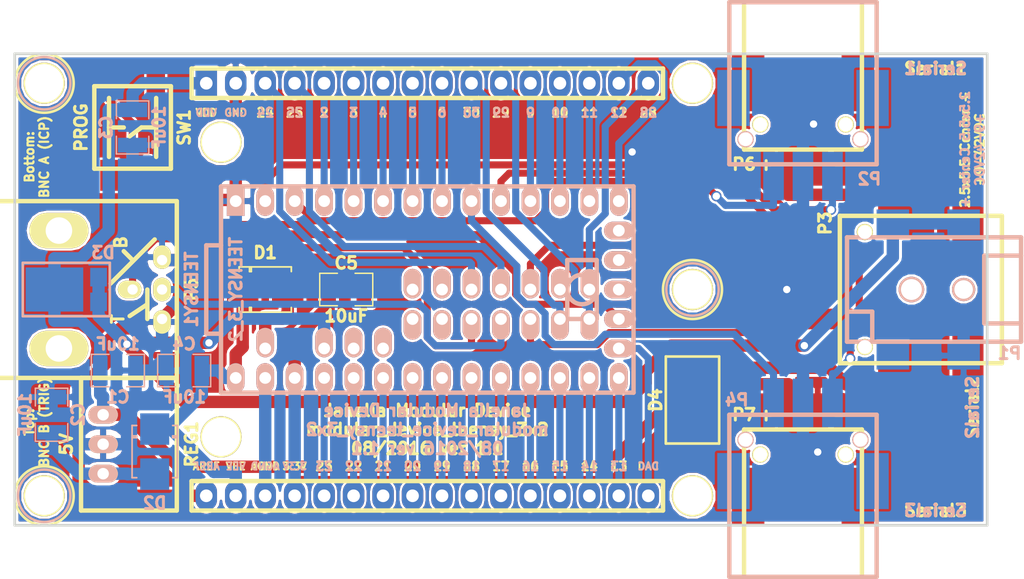
<source format=kicad_pcb>
(kicad_pcb (version 4) (host pcbnew 4.1.0-alpha+201608010716+6997~46~ubuntu16.04.1-product)
  (title_block (title modular_device_teensy_3x2) (rev 1.1))
  (layers (0 F.Cu signal hide) (31 B.Cu signal) (34 B.Paste user) (35 F.Paste user) (36 B.SilkS user) (37 F.SilkS user) (38 B.Mask user) (39 F.Mask user) (44 Edge.Cuts user))
  (net 0 "")
  (net 1 VAA)
  (net 2 GND)
  (net 3 /RX1)
  (net 4 /TX1)
  (net 5 /RX3)
  (net 6 /TX3)
  (net 7 +5V)
  (net 8 VCC)
  (net 9 /V_USB)
  (net 10 VDD)
  (net 11 VEE)
  (net 12 /PROG)
  (net 13 /D2)
  (net 14 /D3)
  (net 15 /D4)
  (net 16 /D5)
  (net 17 /D6)
  (net 18 /D9)
  (net 19 /D10)
  (net 20 /D11)
  (net 21 /D12)
  (net 22 /DAC)
  (net 23 /D13)
  (net 24 /D14)
  (net 25 /D15)
  (net 26 /D16)
  (net 27 /D17)
  (net 28 /D18)
  (net 29 /D19)
  (net 30 /D20)
  (net 31 /D21)
  (net 32 /D22)
  (net 33 /D23)
  (net 34 /3V3)
  (net 35 /AGND)
  (net 36 /AREF)
  (net 37 /D24)
  (net 38 /D25)
  (net 39 /D30)
  (net 40 /D29)
  (net 41 /D28)
  (net 42 /RX2)
  (net 43 /TX2)
  (net 44 /BNC_A)
  (net 45 /BNC_B)
  (module modular_device_teensy_3x2:SM1210 (layer B.Cu) (at 68.58 106.68)
    (fp_text reference C1 (at 0 2.286) (layer B.SilkS) (effects (font (size 1.016 1.016) (thickness 0.254)) (justify mirror)))
    (fp_text value 10uF (at 0 -2.286) (layer B.SilkS) (effects (font (size 1.016 1.016) (thickness 0.254)) (justify mirror)))
    (pad 1 smd rect (at -1.524 0) (size 1.27 2.54) (layers B.Cu B.Paste B.Mask) (net 10 VDD))
    (pad 2 smd rect (at 1.524 0) (size 1.27 2.54) (layers B.Cu B.Paste B.Mask) (net 2 GND))
  )
  (module modular_device_teensy_3x2:SM1210 (layer B.Cu) (at 62.865 110.49 90)
    (fp_text reference C2 (at 0 2.286 90) (layer B.SilkS) (effects (font (size 1.016 1.016) (thickness 0.254)) (justify mirror)))
    (fp_text value 10uF (at 0 -2.286 90) (layer B.SilkS) (effects (font (size 1.016 1.016) (thickness 0.254)) (justify mirror)))
    (pad 1 smd rect (at -1.524 0 90) (size 1.27 2.54) (layers B.Cu B.Paste B.Mask) (net 7 +5V))
    (pad 2 smd rect (at 1.524 0 90) (size 1.27 2.54) (layers B.Cu B.Paste B.Mask) (net 2 GND))
  )
  (module modular_device_teensy_3x2:Header_3_Pin_SMD_RA (layer B.Cu) (at 127.635 83.185 180)
    (fp_text reference P2 (at -5.715 -6.985 180) (layer B.SilkS) (effects (font (size 1.016 1.016) (thickness 0.254)) (justify mirror)))
    (fp_text value HEADER_01X03_SMD_RA hide)
    (pad 1 smd rect (at -2.54 -6.731 180) (size 1.778 4.191) (layers B.Cu B.Paste B.Mask) (net 3 /RX1))
    (pad 2 smd rect (at 0 -6.731 180) (size 1.778 4.191) (layers B.Cu B.Paste B.Mask) (net 2 GND))
    (pad 3 smd rect (at 2.54 -6.731 180) (size 1.778 4.191) (layers B.Cu B.Paste B.Mask) (net 4 /TX1))
    (pad "" thru_hole circle (at -4.953 -3.556 180) (size 1.397 1.397) (drill 1.1938) (layers *.Cu *.Mask B.SilkS) (clearance 0.1016))
    (pad "" thru_hole circle (at 4.953 -3.556 180) (size 1.397 1.397) (drill 1.1938) (layers *.Cu *.Mask B.SilkS) (clearance 0.1016))
    (pad "" smd rect (at -5.9944 0 180) (size 2.794 4.826) (layers B.Cu B.Paste B.Mask) (clearance 0.1016))
    (pad "" smd rect (at 5.9944 0 180) (size 2.794 4.826) (layers B.Cu B.Paste B.Mask) (clearance 0.1016))
  )
  (module modular_device_teensy_3x2:Header_3_Pin_SMD_RA (layer F.Cu) (at 136.525 99.695 270)
    (fp_text reference P3 (at -5.715 6.985 270) (layer F.SilkS) (effects (font (size 1.016 1.016) (thickness 0.254))))
    (fp_text value HEADER_01X03_SMD_RA hide)
    (pad 1 smd rect (at -2.54 6.731 270) (size 1.778 4.191) (layers F.Cu F.Paste F.Mask) (net 42 /RX2))
    (pad 2 smd rect (at 0 6.731 270) (size 1.778 4.191) (layers F.Cu F.Paste F.Mask) (net 2 GND))
    (pad 3 smd rect (at 2.54 6.731 270) (size 1.778 4.191) (layers F.Cu F.Paste F.Mask) (net 43 /TX2))
    (pad "" thru_hole circle (at -4.953 3.556 270) (size 1.397 1.397) (drill 1.1938) (layers *.Cu *.Mask F.SilkS) (clearance 0.1016))
    (pad "" thru_hole circle (at 4.953 3.556 270) (size 1.397 1.397) (drill 1.1938) (layers *.Cu *.Mask F.SilkS) (clearance 0.1016))
    (pad "" smd rect (at -5.9944 0 270) (size 2.794 4.826) (layers F.Cu F.Paste F.Mask) (clearance 0.1016))
    (pad "" smd rect (at 5.9944 0 270) (size 2.794 4.826) (layers F.Cu F.Paste F.Mask) (clearance 0.1016))
  )
  (module modular_device_teensy_3x2:Header_3_Pin_SMD_RA (layer B.Cu) (at 127.635 116.205)
    (fp_text reference P4 (at -5.715 -6.985) (layer B.SilkS) (effects (font (size 1.016 1.016) (thickness 0.254)) (justify mirror)))
    (fp_text value HEADER_01X03_SMD_RA hide)
    (pad 1 smd rect (at -2.54 -6.731) (size 1.778 4.191) (layers B.Cu B.Paste B.Mask) (net 5 /RX3))
    (pad 2 smd rect (at 0 -6.731) (size 1.778 4.191) (layers B.Cu B.Paste B.Mask) (net 2 GND))
    (pad 3 smd rect (at 2.54 -6.731) (size 1.778 4.191) (layers B.Cu B.Paste B.Mask) (net 6 /TX3))
    (pad "" thru_hole circle (at -4.953 -3.556) (size 1.397 1.397) (drill 1.1938) (layers *.Cu *.Mask B.SilkS) (clearance 0.1016))
    (pad "" thru_hole circle (at 4.953 -3.556) (size 1.397 1.397) (drill 1.1938) (layers *.Cu *.Mask B.SilkS) (clearance 0.1016))
    (pad "" smd rect (at -5.9944 0) (size 2.794 4.826) (layers B.Cu B.Paste B.Mask) (clearance 0.1016))
    (pad "" smd rect (at 5.9944 0) (size 2.794 4.826) (layers B.Cu B.Paste B.Mask) (clearance 0.1016))
  )
  (module modular_device_teensy_3x2:DC_DC_CONV_R78C (layer F.Cu) (at 67.31 113.03 270)
    (fp_text reference REG1 (at 0 -7.62 270) (layer F.SilkS) (effects (font (size 1.016 1.016) (thickness 0.254))))
    (fp_text value CONV_DC_DC_5V_1A hide)
    (pad 2 thru_hole oval (at 0 0 270) (size 1.524 2.54) (drill 0.9906) (layers *.Cu *.SilkS *.Mask) (net 2 GND))
    (pad 3 thru_hole oval (at 2.54 0 270) (size 1.524 2.54) (drill 0.9906) (layers *.Cu *.SilkS *.Mask) (net 7 +5V))
    (pad 1 thru_hole oval (at -2.54 0 270) (size 1.524 2.54) (drill 0.9906) (layers *.Cu *.SilkS *.Mask) (net 10 VDD))
  )
  (module modular_device_teensy_3x2:BNC_DOUBLE (layer F.Cu) (at 63.5 99.695 90)
    (fp_text reference P5 (at 0 11.43 90) (layer F.SilkS) (effects (font (size 1.016 1.016) (thickness 0.254))))
    (fp_text value BNC_DOUBLE_RA hide)
    (fp_text user "BNC B (TRIG)" (at -11.43 -1.27 90) (layer F.SilkS) (effects (font (size 0.762 0.762) (thickness 0.1905))))
    (fp_text user "BNC A (ICP)" (at 11.43 -1.27 270) (layer F.SilkS) (effects (font (size 0.762 0.762) (thickness 0.1905))))
    (fp_text user B (at 4.064 5.334 90) (layer F.SilkS) (effects (font (size 1.016 1.016) (thickness 0.254))))
    (fp_text user T (at -2.54 5.08 90) (layer F.SilkS) (effects (font (size 1.016 1.016) (thickness 0.254))))
    (pad "" thru_hole oval (at -5.08 0 90) (size 3.048 5.08) (drill 2.286) (layers *.Cu *.Mask F.SilkS))
    (pad "" thru_hole oval (at 5.08 0 90) (size 3.048 5.08) (drill 2.286) (layers *.Cu *.Mask F.SilkS))
    (pad 1 thru_hole oval (at 0 6.35 90) (size 1.524 2.032) (drill 0.889 (offset 0 -0.254)) (layers *.Cu *.Mask F.SilkS) (net 44 /BNC_A))
    (pad 3 thru_hole oval (at 0 8.89 90) (size 2.032 1.524) (drill 0.889) (layers *.Cu *.Mask F.SilkS) (net 45 /BNC_B))
    (pad 2 thru_hole oval (at 2.54 8.89 90) (size 2.032 1.524) (drill 0.889 (offset 0.254 0)) (layers *.Cu *.Mask F.SilkS) (net 2 GND))
    (pad 4 thru_hole oval (at -2.54 8.89 90) (size 2.032 1.524) (drill 0.889 (offset -0.254 0)) (layers *.Cu *.Mask F.SilkS) (net 2 GND))
  )
  (module modular_device_teensy_3x2:KT_SWITCH (layer F.Cu) (at 69.85 85.725 90)
    (fp_text reference SW1 (at 0 4.445 90) (layer F.SilkS) (effects (font (size 1.016 1.016) (thickness 0.254))))
    (fp_text value KT_SWITCH hide)
    (fp_text user PROG (at 0 -4.445 90) (layer F.SilkS) (effects (font (size 1.016 1.016) (thickness 0.254))))
    (pad 2 smd rect (at 4.1275 -1.99898 90) (size 2.667 1.59004) (layers F.Cu F.Paste F.Mask) (net 12 /PROG))
    (pad 1 smd rect (at -4.1275 -1.99898 90) (size 2.667 1.59004) (layers F.Cu F.Paste F.Mask))
    (pad 4 smd rect (at 4.1275 1.99898 90) (size 2.667 1.59004) (layers F.Cu F.Paste F.Mask))
    (pad 3 smd rect (at -4.1275 1.99898 90) (size 2.667 1.59004) (layers F.Cu F.Paste F.Mask) (net 2 GND))
  )
  (module modular_device_teensy_3x2:Header_2_Pin_SMD_RA (layer F.Cu) (at 127.635 81.915)
    (fp_text reference P6 (at -5.08 6.985 180) (layer F.SilkS) (effects (font (size 1.016 1.016) (thickness 0.254))))
    (fp_text value HEADER_01X02_SMD_RA hide)
    (pad 1 smd rect (at -1.27 6.731) (size 1.778 4.191) (layers F.Cu F.Paste F.Mask) (net 8 VCC))
    (pad 2 smd rect (at 1.27 6.731) (size 1.778 4.191) (layers F.Cu F.Paste F.Mask) (net 2 GND))
    (pad "" thru_hole circle (at -3.683 3.556) (size 1.397 1.397) (drill 1.1938) (layers *.Cu *.Mask F.SilkS) (clearance 0.1016))
    (pad "" thru_hole circle (at 3.683 3.556) (size 1.397 1.397) (drill 1.1938) (layers *.Cu *.Mask F.SilkS) (clearance 0.1016))
    (pad "" smd rect (at -4.7244 0) (size 2.794 4.826) (layers F.Cu F.Paste F.Mask) (clearance 0.1016))
    (pad "" smd rect (at 4.7244 0) (size 2.794 4.826) (layers F.Cu F.Paste F.Mask) (clearance 0.1016))
  )
  (module modular_device_teensy_3x2:Header_2_Pin_SMD_RA (layer F.Cu) (at 127.635 117.475 180)
    (fp_text reference P7 (at 5.08 6.985) (layer F.SilkS) (effects (font (size 1.016 1.016) (thickness 0.254))))
    (fp_text value HEADER_01X02_SMD_RA hide)
    (pad 1 smd rect (at -1.27 6.731 180) (size 1.778 4.191) (layers F.Cu F.Paste F.Mask) (net 2 GND))
    (pad 2 smd rect (at 1.27 6.731 180) (size 1.778 4.191) (layers F.Cu F.Paste F.Mask) (net 10 VDD))
    (pad "" thru_hole circle (at -3.683 3.556 180) (size 1.397 1.397) (drill 1.1938) (layers *.Cu *.Mask F.SilkS) (clearance 0.1016))
    (pad "" thru_hole circle (at 3.683 3.556 180) (size 1.397 1.397) (drill 1.1938) (layers *.Cu *.Mask F.SilkS) (clearance 0.1016))
    (pad "" smd rect (at -4.7244 0 180) (size 2.794 4.826) (layers F.Cu F.Paste F.Mask) (clearance 0.1016))
    (pad "" smd rect (at 4.7244 0 180) (size 2.794 4.826) (layers F.Cu F.Paste F.Mask) (clearance 0.1016))
  )
  (module modular_device_teensy_3x2:CFP15 (layer F.Cu) (at 118.11 109.22)
    (fp_text reference D4 (at -3.175 0 90) (layer F.SilkS) (effects (font (size 1.016 1.016) (thickness 0.254))))
    (fp_text value diode_schottky_45V_10A hide)
    (pad 1 smd rect (at 0 1.02) (size 3.8 4.96) (layers F.Cu F.Paste F.Mask) (net 10 VDD) (clearance 0.1))
    (pad 2 smd rect (at -1.065 -2.78) (size 1.6 1.44) (layers F.Cu F.Paste F.Mask) (net 8 VCC) (clearance 0.1))
    (pad 2 smd rect (at 1.065 -2.78) (size 1.6 1.44) (layers F.Cu F.Paste F.Mask) (net 8 VCC) (clearance 0.1))
  )
  (module modular_device_teensy_3x2:CFP15 (layer B.Cu) (at 64.135 99.695 90)
    (fp_text reference D3 (at 3.175 3.175 180) (layer B.SilkS) (effects (font (size 1.016 1.016) (thickness 0.254)) (justify mirror)))
    (fp_text value diode_schottky_45V_10A hide)
    (pad 1 smd rect (at 0 -1.02 90) (size 3.8 4.96) (layers B.Cu B.Paste B.Mask) (net 10 VDD) (clearance 0.1))
    (pad 2 smd rect (at -1.065 2.78 90) (size 1.6 1.44) (layers B.Cu B.Paste B.Mask) (net 1 VAA) (clearance 0.1))
    (pad 2 smd rect (at 1.065 2.78 90) (size 1.6 1.44) (layers B.Cu B.Paste B.Mask) (net 1 VAA) (clearance 0.1))
  )
  (module modular_device_teensy_3x2:TEENSY_3 (layer B.Cu) (at 95.25 99.695 270)
    (fp_text reference TEENSY1 (at 0 20.32 270) (layer B.SilkS) (effects (font (size 1.016 1.016) (thickness 0.254)) (justify mirror)))
    (fp_text value TEENSY_3_2 (at 0 16.5 270) (layer B.SilkS) (effects (font (size 1.016 1.016) (thickness 0.254)) (justify mirror)))
    (pad GND thru_hole rect (at -7.62 16.51 270) (size 2.54 1.524) (drill 1.016) (layers *.Cu *.Mask B.SilkS) (net 2 GND))
    (pad 0 thru_hole oval (at -7.62 13.97 270) (size 2.54 1.524) (drill 1.016) (layers *.Cu *.Mask B.SilkS) (net 3 /RX1))
    (pad 1 thru_hole oval (at -7.62 11.43 270) (size 2.54 1.524) (drill 1.016) (layers *.Cu *.Mask B.SilkS) (net 4 /TX1))
    (pad 2 thru_hole oval (at -7.62 8.89 270) (size 2.54 1.524) (drill 1.016) (layers *.Cu *.Mask B.SilkS) (net 13 /D2))
    (pad 3 thru_hole oval (at -7.62 6.35 270) (size 2.54 1.524) (drill 1.016) (layers *.Cu *.Mask B.SilkS) (net 14 /D3))
    (pad 4 thru_hole oval (at -7.62 3.81 270) (size 2.54 1.524) (drill 1.016) (layers *.Cu *.Mask B.SilkS) (net 15 /D4))
    (pad 5 thru_hole oval (at -7.62 1.27 270) (size 2.54 1.524) (drill 1.016) (layers *.Cu *.Mask B.SilkS) (net 16 /D5))
    (pad 6 thru_hole oval (at -7.62 -1.27 270) (size 2.54 1.524) (drill 1.016) (layers *.Cu *.Mask B.SilkS) (net 17 /D6))
    (pad 7 thru_hole oval (at -7.62 -3.81 270) (size 2.54 1.524) (drill 1.016) (layers *.Cu *.Mask B.SilkS) (net 5 /RX3))
    (pad 8 thru_hole oval (at -7.62 -6.35 270) (size 2.54 1.524) (drill 1.016) (layers *.Cu *.Mask B.SilkS) (net 6 /TX3))
    (pad 9 thru_hole oval (at -7.62 -8.89 270) (size 2.54 1.524) (drill 1.016) (layers *.Cu *.Mask B.SilkS) (net 18 /D9))
    (pad 10 thru_hole oval (at -7.62 -11.43 270) (size 2.54 1.524) (drill 1.016) (layers *.Cu *.Mask B.SilkS) (net 19 /D10))
    (pad 11 thru_hole oval (at -7.62 -13.97 270) (size 2.54 1.524) (drill 1.016) (layers *.Cu *.Mask B.SilkS) (net 20 /D11))
    (pad 12 thru_hole oval (at -7.62 -16.51 270) (size 2.54 1.524) (drill 1.016) (layers *.Cu *.Mask B.SilkS) (net 21 /D12))
    (pad 13 thru_hole oval (at 7.62 -16.51 270) (size 2.54 1.524) (drill 1.016) (layers *.Cu *.Mask B.SilkS) (net 23 /D13))
    (pad 14 thru_hole oval (at 7.62 -13.97 270) (size 2.54 1.524) (drill 1.016) (layers *.Cu *.Mask B.SilkS) (net 24 /D14))
    (pad 15 thru_hole oval (at 7.62 -11.43 270) (size 2.54 1.524) (drill 1.016) (layers *.Cu *.Mask B.SilkS) (net 25 /D15))
    (pad 16 thru_hole oval (at 7.62 -8.89 270) (size 2.54 1.524) (drill 1.016) (layers *.Cu *.Mask B.SilkS) (net 26 /D16))
    (pad 17 thru_hole oval (at 7.62 -6.35 270) (size 2.54 1.524) (drill 1.016) (layers *.Cu *.Mask B.SilkS) (net 27 /D17))
    (pad 18 thru_hole oval (at 7.62 -3.81 270) (size 2.54 1.524) (drill 1.016) (layers *.Cu *.Mask B.SilkS) (net 28 /D18))
    (pad 19 thru_hole oval (at 7.62 -1.27 270) (size 2.54 1.524) (drill 1.016) (layers *.Cu *.Mask B.SilkS) (net 29 /D19))
    (pad 20 thru_hole oval (at 7.62 1.27 270) (size 2.54 1.524) (drill 1.016) (layers *.Cu *.Mask B.SilkS) (net 30 /D20))
    (pad 21 thru_hole oval (at 7.62 3.81 270) (size 2.54 1.524) (drill 1.016) (layers *.Cu *.Mask B.SilkS) (net 31 /D21))
    (pad 22 thru_hole oval (at 7.62 6.35 270) (size 2.54 1.524) (drill 1.016) (layers *.Cu *.Mask B.SilkS) (net 32 /D22))
    (pad 23 thru_hole oval (at 7.62 8.89 270) (size 2.54 1.524) (drill 1.016) (layers *.Cu *.Mask B.SilkS) (net 33 /D23))
    (pad 3V3 thru_hole oval (at 7.62 11.43 270) (size 2.54 1.524) (drill 1.016) (layers *.Cu *.Mask B.SilkS) (net 34 /3V3))
    (pad AGND thru_hole oval (at 7.62 13.97 270) (size 2.54 1.524) (drill 1.016) (layers *.Cu *.Mask B.SilkS) (net 35 /AGND))
    (pad V_IN thru_hole oval (at 7.62 16.51 270) (size 2.54 1.524) (drill 1.016) (layers *.Cu *.Mask B.SilkS) (net 11 VEE))
    (pad DAC thru_hole oval (at 5.08 -16.51 270) (size 1.524 2.54) (drill 1.016) (layers *.Cu *.Mask B.SilkS) (net 22 /DAC))
    (pad PROG thru_hole oval (at 2.54 -16.51 270) (size 1.524 2.54) (drill 1.016) (layers *.Cu *.Mask B.SilkS) (net 12 /PROG))
    (pad "" thru_hole oval (at 0 -16.51 270) (size 1.524 2.54) (drill 1.016) (layers *.Cu *.Mask B.SilkS))
    (pad "" thru_hole oval (at -2.54 -16.51 270) (size 1.524 2.54) (drill 1.016) (layers *.Cu *.Mask B.SilkS))
    (pad "" thru_hole oval (at -5.08 -16.51 270) (size 1.524 2.54) (drill 1.016) (layers *.Cu *.Mask B.SilkS))
    (pad V_U thru_hole oval (at 5.08 13.97 270) (size 2.54 1.524) (drill 1.016 (offset -0.508 0)) (layers *.Cu *.Mask B.SilkS) (net 9 /V_USB))
    (pad AREF thru_hole oval (at 5.08 8.89 270) (size 2.54 1.524) (drill 1.016 (offset -0.508 0)) (layers *.Cu *.Mask B.SilkS) (net 36 /AREF))
    (pad A10 thru_hole oval (at 5.08 6.35 270) (size 2.54 1.524) (drill 1.016 (offset -0.508 0)) (layers *.Cu *.Mask B.SilkS))
    (pad A11 thru_hole oval (at 5.08 3.81 270) (size 2.54 1.524) (drill 1.016 (offset -0.508 0)) (layers *.Cu *.Mask B.SilkS))
    (pad A13 thru_hole oval (at 2.54 1.27 270) (size 2.54 1.524) (drill 1.016 (offset 0.508 0)) (layers *.Cu *.Mask B.SilkS))
    (pad A12 thru_hole oval (at 0 1.27 270) (size 2.54 1.524) (drill 1.016 (offset -0.508 0)) (layers *.Cu *.Mask B.SilkS))
    (pad "" thru_hole oval (at 2.54 -1.27 270) (size 2.54 1.524) (drill 1.016 (offset 0.508 0)) (layers *.Cu *.Mask B.SilkS))
    (pad "" thru_hole oval (at 0 -1.27 270) (size 2.54 1.524) (drill 1.016 (offset -0.508 0)) (layers *.Cu *.Mask B.SilkS))
    (pad 24 thru_hole oval (at 0 -3.81 270) (size 2.54 1.524) (drill 1.016 (offset -0.508 0)) (layers *.Cu *.Mask B.SilkS) (net 37 /D24))
    (pad 25 thru_hole oval (at 0 -6.35 270) (size 2.54 1.524) (drill 1.016 (offset -0.508 0)) (layers *.Cu *.Mask B.SilkS) (net 38 /D25))
    (pad 26 thru_hole oval (at 0 -8.89 270) (size 2.54 1.524) (drill 1.016 (offset -0.508 0)) (layers *.Cu *.Mask B.SilkS) (net 42 /RX2))
    (pad 27 thru_hole oval (at 0 -11.43 270) (size 2.54 1.524) (drill 1.016 (offset -0.508 0)) (layers *.Cu *.Mask B.SilkS))
    (pad 28 thru_hole oval (at 0 -13.97 270) (size 2.54 1.524) (drill 1.016 (offset -0.508 0)) (layers *.Cu *.Mask B.SilkS) (net 41 /D28))
    (pad 33 thru_hole oval (at 2.54 -3.81 270) (size 2.54 1.524) (drill 1.016 (offset 0.508 0)) (layers *.Cu *.Mask B.SilkS) (net 44 /BNC_A))
    (pad 32 thru_hole oval (at 2.54 -6.35 270) (size 2.54 1.524) (drill 1.016 (offset 0.508 0)) (layers *.Cu *.Mask B.SilkS) (net 45 /BNC_B))
    (pad 31 thru_hole oval (at 2.54 -8.89 270) (size 2.54 1.524) (drill 1.016 (offset 0.508 0)) (layers *.Cu *.Mask B.SilkS) (net 43 /TX2))
    (pad 30 thru_hole oval (at 2.54 -11.43 270) (size 2.54 1.524) (drill 1.016 (offset 0.508 0)) (layers *.Cu *.Mask B.SilkS) (net 39 /D30))
    (pad 29 thru_hole oval (at 2.54 -13.97 270) (size 2.54 1.524) (drill 1.016 (offset 0.508 0)) (layers *.Cu *.Mask B.SilkS) (net 40 /D29))
  )
  (module modular_device_teensy_3x2:SM1210 (layer B.Cu) (at 69.85 85.725 270)
    (fp_text reference C3 (at 0 2.286 270) (layer B.SilkS) (effects (font (size 1.016 1.016) (thickness 0.254)) (justify mirror)))
    (fp_text value 10uF (at 0 -2.286 270) (layer B.SilkS) (effects (font (size 1.016 1.016) (thickness 0.254)) (justify mirror)))
    (pad 1 smd rect (at -1.524 0 270) (size 1.27 2.54) (layers B.Cu B.Paste B.Mask) (net 10 VDD))
    (pad 2 smd rect (at 1.524 0 270) (size 1.27 2.54) (layers B.Cu B.Paste B.Mask) (net 2 GND))
  )
  (module modular_device_teensy_3x2:SM1210 (layer B.Cu) (at 74.295 106.68 180)
    (fp_text reference C4 (at 0 2.286 180) (layer B.SilkS) (effects (font (size 1.016 1.016) (thickness 0.254)) (justify mirror)))
    (fp_text value 10uF (at 0 -2.286 180) (layer B.SilkS) (effects (font (size 1.016 1.016) (thickness 0.254)) (justify mirror)))
    (pad 1 smd rect (at -1.524 0 180) (size 1.27 2.54) (layers B.Cu B.Paste B.Mask) (net 11 VEE))
    (pad 2 smd rect (at 1.524 0 180) (size 1.27 2.54) (layers B.Cu B.Paste B.Mask) (net 2 GND))
  )
  (module modular_device_teensy_3x2:SM1210 (layer F.Cu) (at 88.265 99.695)
    (fp_text reference C5 (at 0 -2.286) (layer F.SilkS) (effects (font (size 1.016 1.016) (thickness 0.254))))
    (fp_text value 10uF (at 0 2.286) (layer F.SilkS) (effects (font (size 1.016 1.016) (thickness 0.254))))
    (pad 1 smd rect (at -1.524 0) (size 1.27 2.54) (layers F.Cu F.Paste F.Mask) (net 34 /3V3))
    (pad 2 smd rect (at 1.524 0) (size 1.27 2.54) (layers F.Cu F.Paste F.Mask) (net 2 GND))
  )
  (module modular_device_teensy_3x2:DCJACK_2PIN_HIGHCURRENT_SMD_RA (layer B.Cu) (at 138.43 99.695 180)
    (fp_text reference P1 (at -7 -5.5 180) (layer B.SilkS) (effects (font (size 1.016 1.016) (thickness 0.254)) (justify mirror)))
    (fp_text value PWR_JACK_2.5x5.5_SMD_RA hide)
    (pad 1 smd rect (at -3.05 5.7 180) (size 2.8 2.4) (layers B.Cu B.Paste B.Mask) (net 1 VAA))
    (pad 1 smd rect (at 3.05 5.7 180) (size 2.8 2.4) (layers B.Cu B.Paste B.Mask) (net 1 VAA))
    (pad 2 smd rect (at -3.05 -5.7 180) (size 2.8 2.4) (layers B.Cu B.Paste B.Mask) (net 2 GND))
    (pad 3 smd rect (at 3.05 -5.7 180) (size 2.8 2.4) (layers B.Cu B.Paste B.Mask))
    (pad "" thru_hole circle (at -3.05 0 180) (size 2 2) (drill 1.6) (layers *.Cu *.Mask B.SilkS))
    (pad "" thru_hole circle (at 1.45 0 180) (size 2.2 2.2) (drill 1.8) (layers *.Cu *.Mask B.SilkS))
  )
  (module modular_device_teensy_3x2:DO-214BA (layer F.Cu) (at 81.28 99.695)
    (fp_text reference D1 (at 0 -3.175 180) (layer F.SilkS) (effects (font (size 1.016 1.016) (thickness 0.254))))
    (fp_text value diode_schottky_15V_1A hide)
    (pad 2 smd rect (at 1.94 0) (size 2.71 2.5) (layers F.Cu F.Paste F.Mask) (net 9 /V_USB))
    (pad 1 smd rect (at -1.94 0) (size 2.71 2.5) (layers F.Cu F.Paste F.Mask) (net 11 VEE))
  )
  (module modular_device_teensy_3x2:DO-214BA (layer B.Cu) (at 71.755 113.665 270)
    (fp_text reference D2 (at 4.445 0 540) (layer B.SilkS) (effects (font (size 1.016 1.016) (thickness 0.254)) (justify mirror)))
    (fp_text value diode_schottky_15V_1A hide)
    (pad 2 smd rect (at 1.94 0 270) (size 2.71 2.5) (layers B.Cu B.Paste B.Mask) (net 7 +5V))
    (pad 1 smd rect (at -1.94 0 270) (size 2.71 2.5) (layers B.Cu B.Paste B.Mask) (net 11 VEE))
  )
  (module modular_device_teensy_3x2:MOUNTING_HOLE_4-40 (layer F.Cu) (at 62.23 81.915)
    (fp_text reference MH1 hide)
    (fp_text value MNT_HOLE hide)
    (pad 1 thru_hole circle (at 0 0) (size 3.556 3.556) (drill 3.302) (layers *.Cu *.Mask F.SilkS))
  )
  (module modular_device_teensy_3x2:MOUNTING_HOLE_4-40 (layer F.Cu) (at 62.23 117.475)
    (fp_text reference MH2 hide)
    (fp_text value MNT_HOLE hide)
    (pad 1 thru_hole circle (at 0 0) (size 3.556 3.556) (drill 3.302) (layers *.Cu *.Mask F.SilkS))
  )
  (module modular_device_teensy_3x2:MOUNTING_HOLE_4-40 (layer F.Cu) (at 118.11 99.695)
    (fp_text reference MH3 hide)
    (fp_text value MNT_HOLE hide)
    (pad 1 thru_hole circle (at 0 0) (size 3.556 3.556) (drill 3.302) (layers *.Cu *.Mask F.SilkS))
  )
  (module modular_device_teensy_3x2:MODULAR_DEVICE_TEENSY_3X2_FEMALE (layer F.Cu) (at 95.25 99.695)
    (fp_text reference MDT1 hide)
    (fp_text value MODULAR_DEVICE_TEENSY_3X2_FEMALE hide)
    (fp_text user DAC (at 19.05 15.24) (layer B.SilkS) (effects (font (size 0.635 0.635) (thickness 0.15875)) (justify mirror)))
    (fp_text user 13 (at 16.51 15.24) (layer B.SilkS) (effects (font (size 0.762 0.762) (thickness 0.1905)) (justify mirror)))
    (fp_text user 14 (at 13.97 15.24) (layer B.SilkS) (effects (font (size 0.762 0.762) (thickness 0.1905)) (justify mirror)))
    (fp_text user 15 (at 11.43 15.24) (layer B.SilkS) (effects (font (size 0.762 0.762) (thickness 0.1905)) (justify mirror)))
    (fp_text user 16 (at 8.89 15.24) (layer B.SilkS) (effects (font (size 0.762 0.762) (thickness 0.1905)) (justify mirror)))
    (fp_text user 17 (at 6.35 15.24) (layer B.SilkS) (effects (font (size 0.762 0.762) (thickness 0.1905)) (justify mirror)))
    (fp_text user 18 (at 3.81 15.24) (layer B.SilkS) (effects (font (size 0.762 0.762) (thickness 0.1905)) (justify mirror)))
    (fp_text user 19 (at 1.27 15.24) (layer B.SilkS) (effects (font (size 0.762 0.762) (thickness 0.1905)) (justify mirror)))
    (fp_text user 20 (at -1.27 15.24) (layer B.SilkS) (effects (font (size 0.762 0.762) (thickness 0.1905)) (justify mirror)))
    (fp_text user 21 (at -3.81 15.24) (layer B.SilkS) (effects (font (size 0.762 0.762) (thickness 0.1905)) (justify mirror)))
    (fp_text user 22 (at -6.35 15.24) (layer B.SilkS) (effects (font (size 0.762 0.762) (thickness 0.1905)) (justify mirror)))
    (fp_text user 23 (at -8.89 15.24) (layer B.SilkS) (effects (font (size 0.762 0.762) (thickness 0.1905)) (justify mirror)))
    (fp_text user 3.3V (at -11.43 15.24) (layer B.SilkS) (effects (font (size 0.635 0.635) (thickness 0.15875)) (justify mirror)))
    (fp_text user AGND (at -13.97 15.24) (layer B.SilkS) (effects (font (size 0.635 0.635) (thickness 0.15875)) (justify mirror)))
    (fp_text user VEE (at -16.51 15.24) (layer B.SilkS) (effects (font (size 0.635 0.635) (thickness 0.15875)) (justify mirror)))
    (fp_text user AREF (at -19.05 15.24) (layer B.SilkS) (effects (font (size 0.635 0.635) (thickness 0.15875)) (justify mirror)))
    (fp_text user 28 (at 19.05 -15.24) (layer B.SilkS) (effects (font (size 0.762 0.762) (thickness 0.1905)) (justify mirror)))
    (fp_text user 12 (at 16.51 -15.24) (layer B.SilkS) (effects (font (size 0.762 0.762) (thickness 0.1905)) (justify mirror)))
    (fp_text user 11 (at 13.97 -15.24) (layer B.SilkS) (effects (font (size 0.762 0.762) (thickness 0.1905)) (justify mirror)))
    (fp_text user 10 (at 11.43 -15.24) (layer B.SilkS) (effects (font (size 0.762 0.762) (thickness 0.1905)) (justify mirror)))
    (fp_text user 9 (at 8.89 -15.24) (layer B.SilkS) (effects (font (size 0.762 0.762) (thickness 0.1905)) (justify mirror)))
    (fp_text user 29 (at 6.35 -15.24) (layer B.SilkS) (effects (font (size 0.762 0.762) (thickness 0.1905)) (justify mirror)))
    (fp_text user 30 (at 3.81 -15.24) (layer B.SilkS) (effects (font (size 0.762 0.762) (thickness 0.1905)) (justify mirror)))
    (fp_text user 6 (at 1.27 -15.24) (layer B.SilkS) (effects (font (size 0.762 0.762) (thickness 0.1905)) (justify mirror)))
    (fp_text user 5 (at -1.27 -15.24) (layer B.SilkS) (effects (font (size 0.762 0.762) (thickness 0.1905)) (justify mirror)))
    (fp_text user 4 (at -3.81 -15.24) (layer B.SilkS) (effects (font (size 0.762 0.762) (thickness 0.1905)) (justify mirror)))
    (fp_text user 3 (at -6.35 -15.24) (layer B.SilkS) (effects (font (size 0.762 0.762) (thickness 0.1905)) (justify mirror)))
    (fp_text user 2 (at -8.89 -15.24) (layer B.SilkS) (effects (font (size 0.762 0.762) (thickness 0.1905)) (justify mirror)))
    (fp_text user 25 (at -11.43 -15.24) (layer B.SilkS) (effects (font (size 0.762 0.762) (thickness 0.1905)) (justify mirror)))
    (fp_text user 24 (at -13.97 -15.24) (layer B.SilkS) (effects (font (size 0.762 0.762) (thickness 0.1905)) (justify mirror)))
    (fp_text user GND (at -16.51 -15.24) (layer B.SilkS) (effects (font (size 0.635 0.635) (thickness 0.15875)) (justify mirror)))
    (fp_text user VDD (at -19.05 -15.24) (layer B.SilkS) (effects (font (size 0.635 0.635) (thickness 0.15875)) (justify mirror)))
    (fp_text user 28 (at 19.05 -15.24) (layer F.SilkS) (effects (font (size 0.762 0.762) (thickness 0.1905))))
    (fp_text user 12 (at 16.51 -15.24) (layer F.SilkS) (effects (font (size 0.762 0.762) (thickness 0.1905))))
    (fp_text user 11 (at 13.97 -15.24) (layer F.SilkS) (effects (font (size 0.762 0.762) (thickness 0.1905))))
    (fp_text user 10 (at 11.43 -15.24) (layer F.SilkS) (effects (font (size 0.762 0.762) (thickness 0.1905))))
    (fp_text user 9 (at 8.89 -15.24) (layer F.SilkS) (effects (font (size 0.762 0.762) (thickness 0.1905))))
    (fp_text user 29 (at 6.35 -15.24) (layer F.SilkS) (effects (font (size 0.762 0.762) (thickness 0.1905))))
    (fp_text user 30 (at 3.81 -15.24) (layer F.SilkS) (effects (font (size 0.762 0.762) (thickness 0.1905))))
    (fp_text user 6 (at 1.27 -15.24) (layer F.SilkS) (effects (font (size 0.762 0.762) (thickness 0.1905))))
    (fp_text user 5 (at -1.27 -15.24) (layer F.SilkS) (effects (font (size 0.762 0.762) (thickness 0.1905))))
    (fp_text user 4 (at -3.81 -15.24) (layer F.SilkS) (effects (font (size 0.762 0.762) (thickness 0.1905))))
    (fp_text user 3 (at -6.35 -15.24) (layer F.SilkS) (effects (font (size 0.762 0.762) (thickness 0.1905))))
    (fp_text user 2 (at -8.89 -15.24) (layer F.SilkS) (effects (font (size 0.762 0.762) (thickness 0.1905))))
    (fp_text user 25 (at -11.43 -15.24) (layer F.SilkS) (effects (font (size 0.762 0.762) (thickness 0.1905))))
    (fp_text user 24 (at -13.97 -15.24) (layer F.SilkS) (effects (font (size 0.762 0.762) (thickness 0.1905))))
    (fp_text user 13 (at 16.51 15.24) (layer F.SilkS) (effects (font (size 0.762 0.762) (thickness 0.1905))))
    (fp_text user 14 (at 13.97 15.24) (layer F.SilkS) (effects (font (size 0.762 0.762) (thickness 0.1905))))
    (fp_text user 15 (at 11.43 15.24) (layer F.SilkS) (effects (font (size 0.762 0.762) (thickness 0.1905))))
    (fp_text user 16 (at 8.89 15.24) (layer F.SilkS) (effects (font (size 0.762 0.762) (thickness 0.1905))))
    (fp_text user 17 (at 6.35 15.24) (layer F.SilkS) (effects (font (size 0.762 0.762) (thickness 0.1905))))
    (fp_text user 18 (at 3.81 15.24) (layer F.SilkS) (effects (font (size 0.762 0.762) (thickness 0.1905))))
    (fp_text user 19 (at 1.27 15.24) (layer F.SilkS) (effects (font (size 0.762 0.762) (thickness 0.1905))))
    (fp_text user 20 (at -1.27 15.24) (layer F.SilkS) (effects (font (size 0.762 0.762) (thickness 0.1905))))
    (fp_text user 21 (at -3.81 15.24) (layer F.SilkS) (effects (font (size 0.762 0.762) (thickness 0.1905))))
    (fp_text user DAC (at 19.05 15.24) (layer F.SilkS) (effects (font (size 0.635 0.635) (thickness 0.15875))))
    (fp_text user GND (at -16.51 -15.24) (layer F.SilkS) (effects (font (size 0.635 0.635) (thickness 0.15875))))
    (fp_text user VDD (at -19.05 -15.24) (layer F.SilkS) (effects (font (size 0.635 0.635) (thickness 0.15875))))
    (fp_text user 22 (at -6.35 15.24) (layer F.SilkS) (effects (font (size 0.762 0.762) (thickness 0.1905))))
    (fp_text user 23 (at -8.89 15.24) (layer F.SilkS) (effects (font (size 0.762 0.762) (thickness 0.1905))))
    (fp_text user 3.3V (at -11.43 15.24) (layer F.SilkS) (effects (font (size 0.635 0.635) (thickness 0.15875))))
    (fp_text user AGND (at -13.97 15.24) (layer F.SilkS) (effects (font (size 0.635 0.635) (thickness 0.15875))))
    (fp_text user VEE (at -16.51 15.24) (layer F.SilkS) (effects (font (size 0.635 0.635) (thickness 0.15875))))
    (fp_text user AREF (at -19.05 15.24) (layer F.SilkS) (effects (font (size 0.635 0.635) (thickness 0.15875))))
    (pad GND thru_hole oval (at -16.51 -17.78) (size 1.8542 2.54) (drill 1.0922) (layers *.Cu *.Mask) (net 2 GND))
    (pad 24 thru_hole oval (at -13.97 -17.78) (size 1.8542 2.54) (drill 1.0922) (layers *.Cu *.Mask) (net 37 /D24))
    (pad VDD thru_hole rect (at -19.05 -17.78) (size 1.8542 2.54) (drill 1.0922) (layers *.Cu *.Mask) (net 10 VDD))
    (pad 25 thru_hole oval (at -11.43 -17.78) (size 1.8542 2.54) (drill 1.0922) (layers *.Cu *.Mask) (net 38 /D25))
    (pad 2 thru_hole oval (at -8.89 -17.78) (size 1.8542 2.54) (drill 1.0922) (layers *.Cu *.Mask) (net 13 /D2))
    (pad 3 thru_hole oval (at -6.35 -17.78) (size 1.8542 2.54) (drill 1.0922) (layers *.Cu *.Mask) (net 14 /D3))
    (pad 4 thru_hole oval (at -3.81 -17.78) (size 1.8542 2.54) (drill 1.0922) (layers *.Cu *.Mask) (net 15 /D4))
    (pad 5 thru_hole oval (at -1.27 -17.78) (size 1.8542 2.54) (drill 1.0922) (layers *.Cu *.Mask) (net 16 /D5))
    (pad 6 thru_hole oval (at 1.27 -17.78) (size 1.8542 2.54) (drill 1.0922) (layers *.Cu *.Mask) (net 17 /D6))
    (pad 30 thru_hole oval (at 3.81 -17.78) (size 1.8542 2.54) (drill 1.0922) (layers *.Cu *.Mask) (net 39 /D30))
    (pad 29 thru_hole oval (at 6.35 -17.78) (size 1.8542 2.54) (drill 1.0922) (layers *.Cu *.Mask) (net 40 /D29))
    (pad 9 thru_hole oval (at 8.89 -17.78) (size 1.8542 2.54) (drill 1.0922) (layers *.Cu *.Mask) (net 18 /D9))
    (pad 10 thru_hole oval (at 11.43 -17.78) (size 1.8542 2.54) (drill 1.0922) (layers *.Cu *.Mask) (net 19 /D10))
    (pad 11 thru_hole oval (at 13.97 -17.78) (size 1.8542 2.54) (drill 1.0922) (layers *.Cu *.Mask) (net 20 /D11))
    (pad 12 thru_hole oval (at 16.51 -17.78) (size 1.8542 2.54) (drill 1.0922) (layers *.Cu *.Mask) (net 21 /D12))
    (pad 28 thru_hole oval (at 19.05 -17.78) (size 1.8542 2.54) (drill 1.0922) (layers *.Cu *.Mask) (net 41 /D28))
    (pad DAC thru_hole oval (at 19.05 17.78) (size 1.8542 2.54) (drill 1.0922) (layers *.Cu *.Mask) (net 22 /DAC))
    (pad 13 thru_hole oval (at 16.51 17.78) (size 1.8542 2.54) (drill 1.0922) (layers *.Cu *.Mask) (net 23 /D13))
    (pad 14 thru_hole oval (at 13.97 17.78) (size 1.8542 2.54) (drill 1.0922) (layers *.Cu *.Mask) (net 24 /D14))
    (pad 15 thru_hole oval (at 11.43 17.78) (size 1.8542 2.54) (drill 1.0922) (layers *.Cu *.Mask) (net 25 /D15))
    (pad 16 thru_hole oval (at 8.89 17.78) (size 1.8542 2.54) (drill 1.0922) (layers *.Cu *.Mask) (net 26 /D16))
    (pad 17 thru_hole oval (at 6.35 17.78) (size 1.8542 2.54) (drill 1.0922) (layers *.Cu *.Mask) (net 27 /D17))
    (pad 18 thru_hole oval (at 3.81 17.78) (size 1.8542 2.54) (drill 1.0922) (layers *.Cu *.Mask) (net 28 /D18))
    (pad 19 thru_hole oval (at 1.27 17.78) (size 1.8542 2.54) (drill 1.0922) (layers *.Cu *.Mask) (net 29 /D19))
    (pad 20 thru_hole oval (at -1.27 17.78) (size 1.8542 2.54) (drill 1.0922) (layers *.Cu *.Mask) (net 30 /D20))
    (pad 21 thru_hole oval (at -3.81 17.78) (size 1.8542 2.54) (drill 1.0922) (layers *.Cu *.Mask) (net 31 /D21))
    (pad 22 thru_hole oval (at -6.35 17.78) (size 1.8542 2.54) (drill 1.0922) (layers *.Cu *.Mask) (net 32 /D22))
    (pad 23 thru_hole oval (at -8.89 17.78) (size 1.8542 2.54) (drill 1.0922) (layers *.Cu *.Mask) (net 33 /D23))
    (pad 3V3 thru_hole oval (at -11.43 17.78) (size 1.8542 2.54) (drill 1.0922) (layers *.Cu *.Mask) (net 34 /3V3))
    (pad AGND thru_hole oval (at -13.97 17.78) (size 1.8542 2.54) (drill 1.0922) (layers *.Cu *.Mask) (net 35 /AGND))
    (pad VEE thru_hole oval (at -16.51 17.78) (size 1.8542 2.54) (drill 1.0922) (layers *.Cu *.Mask) (net 11 VEE))
    (pad AREF thru_hole oval (at -19.05 17.78) (size 1.8542 2.54) (drill 1.0922) (layers *.Cu *.Mask) (net 36 /AREF))
    (pad "" thru_hole circle (at -17.78 -12.7) (size 3.556 3.556) (drill 3.302) (layers *.Cu *.Mask F.SilkS))
    (pad "" thru_hole circle (at -17.78 12.7) (size 3.556 3.556) (drill 3.302) (layers *.Cu *.Mask F.SilkS))
    (pad "" thru_hole circle (at 22.86 17.78) (size 3.556 3.556) (drill 3.302) (layers *.Cu *.Mask F.SilkS))
    (pad "" thru_hole circle (at 22.86 -17.78) (size 3.556 3.556) (drill 3.302) (layers *.Cu *.Mask F.SilkS))
  )
  (gr_line (start 143.51 79.375) (end 59.69 79.375) (angle 90) (layer Edge.Cuts) (width 0.2286))
  (gr_line (start 143.51 120.015) (end 143.51 79.375) (angle 90) (layer Edge.Cuts) (width 0.2286))
  (gr_line (start 59.69 120.015) (end 143.51 120.015) (angle 90) (layer Edge.Cuts) (width 0.2286))
  (gr_text Top: (at 60.96 111.125 90) (layer F.SilkS) (effects (font (size 0.762 0.762) (thickness 0.1905))))
  (gr_text Bottom: (at 60.96 88.265 90) (layer F.SilkS) (effects (font (size 0.762 0.762) (thickness 0.1905))))
  (gr_text "Janelia Modular Device\nmodular_device_teensy_3x2\n08/2016 ver 1.1" (at 95.25 111.76) (layer B.SilkS) (effects (font (size 1.016 1.016) (thickness 0.254)) (justify mirror)))
  (gr_text +9-42VDC (at 142.875 87.63 90) (layer B.SilkS) (effects (font (size 0.762 0.762) (thickness 0.1905)) (justify mirror)))
  (gr_text +9-42VDC (at 142.875 87.63 90) (layer F.SilkS) (effects (font (size 0.762 0.762) (thickness 0.1905))))
  (gr_text "2.5x5.5 Center +" (at 141.605 87.63 90) (layer F.SilkS) (effects (font (size 0.762 0.762) (thickness 0.1905))))
  (gr_text Serial1 (at 139.065 80.645) (layer B.SilkS) (effects (font (size 1.016 1.016) (thickness 0.254)) (justify mirror)))
  (gr_text Serial3 (at 139.065 118.745) (layer B.SilkS) (effects (font (size 1.016 1.016) (thickness 0.254)) (justify mirror)))
  (gr_text Serial3 (at 139.065 118.745) (layer F.SilkS) (effects (font (size 1.016 1.016) (thickness 0.254))))
  (gr_text Serial2 (at 142.24 109.855 90) (layer F.SilkS) (effects (font (size 1.016 1.016) (thickness 0.254))))
  (gr_text Serial1 (at 139.065 80.645) (layer F.SilkS) (effects (font (size 1.016 1.016) (thickness 0.254))))
  (gr_text "2.5x5.5 Center +" (at 141.605 87.63 90) (layer B.SilkS) (effects (font (size 0.762 0.762) (thickness 0.1905)) (justify mirror)))
  (gr_text - (at 130.81 110.49) (layer F.SilkS) (effects (font (size 1.016 1.016) (thickness 0.254))))
  (gr_text - (at 130.81 88.9) (layer F.SilkS) (effects (font (size 1.016 1.016) (thickness 0.254))))
  (gr_text + (at 124.46 88.9) (layer F.SilkS) (effects (font (size 1.016 1.016) (thickness 0.254))))
  (gr_text + (at 124.46 110.49) (layer F.SilkS) (effects (font (size 1.016 1.016) (thickness 0.254))))
  (gr_text Serial2 (at 142.24 109.855 90) (layer B.SilkS) (effects (font (size 1.016 1.016) (thickness 0.254)) (justify mirror)))
  (gr_text 5V (at 64.135 113.03 90) (layer F.SilkS) (effects (font (size 1.016 1.016) (thickness 0.254))))
  (gr_text "Janelia Modular Device\nmodular_device_teensy_3x2\n08/2016 ver 1.1" (at 95.25 111.76) (layer F.SilkS) (effects (font (size 1.016 1.016) (thickness 0.254))))
  (gr_line (start 59.69 79.375) (end 59.69 120.015) (angle 90) (layer Edge.Cuts) (width 0.2286))
  (via (at 127.7531 104.5314) (size 0.889) (drill 0.635) (layers F.Cu B.Cu) (net 1))
  (via (at 69.3538 104.4113) (size 0.889) (drill 0.635) (layers F.Cu B.Cu) (net 1))
  (segment (start 66.915 98.63) (end 66.915 100.76) (width 1.0668) (layer B.Cu) (net 1))
  (segment (start 141.48 93.995) (end 139.2923 93.995) (width 1.0668) (layer B.Cu) (net 1))
  (segment (start 66.915 101.9725) (end 69.3538 104.4113) (width 1.0668) (layer B.Cu) (net 1))
  (segment (start 66.915 100.76) (end 66.915 101.9725) (width 1.0668) (layer B.Cu) (net 1))
  (segment (start 74.323 109.3805) (end 69.3538 104.4113) (width 1.0668) (layer F.Cu) (net 1))
  (segment (start 112.433 109.3805) (end 74.323 109.3805) (width 1.0668) (layer F.Cu) (net 1))
  (segment (start 114.0722 107.7413) (end 112.433 109.3805) (width 1.0668) (layer F.Cu) (net 1))
  (segment (start 114.0722 106.7623) (end 114.0722 107.7413) (width 1.0668) (layer F.Cu) (net 1))
  (segment (start 116.3031 104.5314) (end 114.0722 106.7623) (width 1.0668) (layer F.Cu) (net 1))
  (segment (start 127.7531 104.5314) (end 116.3031 104.5314) (width 1.0668) (layer F.Cu) (net 1))
  (segment (start 135.38 93.995) (end 139.2923 93.995) (width 1.0668) (layer B.Cu) (net 1))
  (segment (start 135.38 96.9045) (end 127.7531 104.5314) (width 1.0668) (layer B.Cu) (net 1))
  (segment (start 135.38 93.995) (end 135.38 96.9045) (width 1.0668) (layer B.Cu) (net 1))
  (via (at 128.905 113.7032) (size 0.889) (drill 0.635) (layers F.Cu B.Cu) (net 2))
  (via (at 112.9074 87.8375) (size 0.889) (drill 0.635) (layers F.Cu B.Cu) (net 2))
  (via (at 126.2375 99.695) (size 0.889) (drill 0.635) (layers F.Cu B.Cu) (net 2))
  (via (at 128.5445 85.4345) (size 0.889) (drill 0.635) (layers F.Cu B.Cu) (net 2))
  (segment (start 127.635 112.4332) (end 128.905 113.7032) (width 1.0668) (layer B.Cu) (net 2))
  (segment (start 127.635 109.474) (end 127.635 112.4332) (width 1.0668) (layer B.Cu) (net 2))
  (segment (start 128.905 110.744) (end 128.905 113.7032) (width 1.0668) (layer F.Cu) (net 2))
  (segment (start 64.2877 110.3887) (end 62.865 110.3887) (width 1.0668) (layer B.Cu) (net 2))
  (segment (start 65.2523 111.3533) (end 64.2877 110.3887) (width 1.0668) (layer B.Cu) (net 2))
  (segment (start 65.2523 113.03) (end 65.2523 111.3533) (width 1.0668) (layer B.Cu) (net 2))
  (segment (start 62.865 108.966) (end 62.865 110.3887) (width 1.0668) (layer B.Cu) (net 2))
  (segment (start 89.789 99.695) (end 88.3663 99.695) (width 1.0668) (layer F.Cu) (net 2))
  (segment (start 66.9227 113.03) (end 65.2523 113.03) (width 1.0668) (layer B.Cu) (net 2))
  (segment (start 72.39 97.155) (end 73.9397 97.155) (width 1.0668) (layer F.Cu) (net 2))
  (segment (start 78.74 92.075) (end 78.74 94.1327) (width 1.0668) (layer B.Cu) (net 2))
  (segment (start 72.39 97.155) (end 73.9397 97.155) (width 1.0668) (layer B.Cu) (net 2))
  (segment (start 88.3663 98.2723) (end 88.3663 99.695) (width 1.0668) (layer F.Cu) (net 2))
  (segment (start 87.6734 97.5794) (end 88.3663 98.2723) (width 1.0668) (layer F.Cu) (net 2))
  (segment (start 74.0492 97.5794) (end 87.6734 97.5794) (width 1.0668) (layer F.Cu) (net 2))
  (segment (start 74.0492 100.5758) (end 74.0492 97.5794) (width 1.0668) (layer F.Cu) (net 2))
  (segment (start 72.39 102.235) (end 74.0492 100.5758) (width 1.0668) (layer F.Cu) (net 2))
  (segment (start 74.0492 97.2645) (end 73.9397 97.155) (width 1.0668) (layer F.Cu) (net 2))
  (segment (start 74.0492 97.5794) (end 74.0492 97.2645) (width 1.0668) (layer F.Cu) (net 2))
  (segment (start 71.2727 88.6717) (end 69.85 88.6717) (width 1.0668) (layer B.Cu) (net 2))
  (segment (start 76.8479 94.2468) (end 71.2727 88.6717) (width 1.0668) (layer B.Cu) (net 2))
  (segment (start 76.962 94.1327) (end 76.8479 94.2468) (width 1.0668) (layer B.Cu) (net 2))
  (segment (start 78.74 94.1327) (end 76.962 94.1327) (width 1.0668) (layer B.Cu) (net 2))
  (segment (start 76.8479 94.2468) (end 73.9397 97.155) (width 1.0668) (layer B.Cu) (net 2))
  (segment (start 69.85 87.249) (end 69.85 88.6717) (width 1.0668) (layer B.Cu) (net 2))
  (segment (start 78.74 81.915) (end 78.74 83.9727) (width 1.0668) (layer F.Cu) (net 2))
  (segment (start 72.4414 104.2927) (end 72.771 104.6223) (width 1.0668) (layer B.Cu) (net 2))
  (segment (start 72.39 104.2927) (end 72.4414 104.2927) (width 1.0668) (layer B.Cu) (net 2))
  (segment (start 72.39 102.235) (end 72.39 104.2927) (width 1.0668) (layer B.Cu) (net 2))
  (segment (start 126.2375 99.695) (end 129.794 99.695) (width 1.0668) (layer F.Cu) (net 2))
  (segment (start 127.635 109.474) (end 127.635 106.5908) (width 1.0668) (layer B.Cu) (net 2))
  (segment (start 127.635 106.2814) (end 127.635 106.5908) (width 1.0668) (layer B.Cu) (net 2))
  (segment (start 129.1945 106.2814) (end 127.635 106.2814) (width 1.0668) (layer B.Cu) (net 2))
  (segment (start 132.3229 103.153) (end 129.1945 106.2814) (width 1.0668) (layer B.Cu) (net 2))
  (segment (start 141.2257 103.153) (end 132.3229 103.153) (width 1.0668) (layer B.Cu) (net 2))
  (segment (start 141.48 103.4073) (end 141.2257 103.153) (width 1.0668) (layer B.Cu) (net 2))
  (segment (start 126.2375 104.8839) (end 126.2375 99.695) (width 1.0668) (layer B.Cu) (net 2))
  (segment (start 127.635 106.2814) (end 126.2375 104.8839) (width 1.0668) (layer B.Cu) (net 2))
  (segment (start 141.48 105.395) (end 141.48 103.4073) (width 1.0668) (layer B.Cu) (net 2))
  (segment (start 128.905 88.646) (end 128.905 85.7628) (width 1.0668) (layer F.Cu) (net 2))
  (segment (start 127.635 86.344) (end 128.5445 85.4345) (width 1.0668) (layer B.Cu) (net 2))
  (segment (start 127.635 89.916) (end 127.635 86.344) (width 1.0668) (layer B.Cu) (net 2))
  (segment (start 128.5767 85.4345) (end 128.905 85.7628) (width 1.0668) (layer F.Cu) (net 2))
  (segment (start 128.5445 85.4345) (end 128.5767 85.4345) (width 1.0668) (layer F.Cu) (net 2))
  (segment (start 72.771 106.68) (end 72.771 105.8183) (width 1.0668) (layer B.Cu) (net 2))
  (segment (start 72.771 105.8183) (end 72.771 104.6223) (width 1.0668) (layer B.Cu) (net 2))
  (segment (start 72.3884 105.8183) (end 71.5267 106.68) (width 1.0668) (layer B.Cu) (net 2))
  (segment (start 72.771 105.8183) (end 72.3884 105.8183) (width 1.0668) (layer B.Cu) (net 2))
  (segment (start 70.104 106.68) (end 71.5267 106.68) (width 1.0668) (layer B.Cu) (net 2))
  (segment (start 66.9227 113.03) (end 67.31 113.03) (width 1.0668) (layer B.Cu) (net 2))
  (segment (start 67.31 113.03) (end 69.3677 113.03) (width 1.0668) (layer B.Cu) (net 2))
  (segment (start 70.104 106.68) (end 70.104 108.7377) (width 1.0668) (layer B.Cu) (net 2))
  (segment (start 80.1876 87.8375) (end 112.9074 87.8375) (width 1.0668) (layer F.Cu) (net 2))
  (segment (start 80.1876 85.4203) (end 80.1876 87.8375) (width 1.0668) (layer F.Cu) (net 2))
  (segment (start 78.74 83.9727) (end 80.1876 85.4203) (width 1.0668) (layer F.Cu) (net 2))
  (segment (start 80.1876 88.5697) (end 78.74 90.0173) (width 1.0668) (layer F.Cu) (net 2))
  (segment (start 80.1876 87.8375) (end 80.1876 88.5697) (width 1.0668) (layer F.Cu) (net 2))
  (segment (start 78.74 92.075) (end 78.74 91.517) (width 1.0668) (layer F.Cu) (net 2))
  (segment (start 78.74 91.517) (end 78.74 90.0173) (width 1.0668) (layer F.Cu) (net 2))
  (segment (start 78.2833 91.9737) (end 71.849 91.9737) (width 1.0668) (layer F.Cu) (net 2))
  (segment (start 78.74 91.517) (end 78.2833 91.9737) (width 1.0668) (layer F.Cu) (net 2))
  (segment (start 71.849 89.8525) (end 71.849 91.9737) (width 1.0668) (layer F.Cu) (net 2))
  (segment (start 126.2375 93.5441) (end 126.2375 99.695) (width 1.0668) (layer B.Cu) (net 2))
  (segment (start 118.614 93.5441) (end 126.2375 93.5441) (width 1.0668) (layer B.Cu) (net 2))
  (segment (start 112.9074 87.8375) (end 118.614 93.5441) (width 1.0668) (layer B.Cu) (net 2))
  (segment (start 126.9824 92.7992) (end 127.635 92.7992) (width 1.0668) (layer B.Cu) (net 2))
  (segment (start 126.2375 93.5441) (end 126.9824 92.7992) (width 1.0668) (layer B.Cu) (net 2))
  (segment (start 127.635 89.916) (end 127.635 92.7992) (width 1.0668) (layer B.Cu) (net 2))
  (segment (start 70.104 109.2502) (end 70.104 108.7377) (width 1.0668) (layer B.Cu) (net 2))
  (segment (start 69.3677 109.9865) (end 70.104 109.2502) (width 1.0668) (layer B.Cu) (net 2))
  (segment (start 69.3677 113.03) (end 69.3677 109.9865) (width 1.0668) (layer B.Cu) (net 2))
  (via (at 130.0487 92.8192) (size 0.889) (drill 0.635) (layers F.Cu B.Cu) (net 3))
  (segment (start 130.0487 92.5676) (end 130.175 92.4413) (width 0.6096) (layer B.Cu) (net 3))
  (segment (start 130.0487 92.8192) (end 130.0487 92.5676) (width 0.6096) (layer B.Cu) (net 3))
  (segment (start 81.28 92.075) (end 81.28 90.3752) (width 0.6096) (layer F.Cu) (net 3))
  (segment (start 130.175 89.916) (end 130.175 92.4413) (width 0.6096) (layer B.Cu) (net 3))
  (segment (start 82.703 88.9522) (end 81.28 90.3752) (width 0.6096) (layer F.Cu) (net 3))
  (segment (start 121.3048 88.9522) (end 82.703 88.9522) (width 0.6096) (layer F.Cu) (net 3))
  (segment (start 125.1718 92.8192) (end 121.3048 88.9522) (width 0.6096) (layer F.Cu) (net 3))
  (segment (start 130.0487 92.8192) (end 125.1718 92.8192) (width 0.6096) (layer F.Cu) (net 3))
  (via (at 120.1653 91.6499) (size 0.889) (drill 0.635) (layers F.Cu B.Cu) (net 4))
  (segment (start 118.8906 90.3752) (end 120.1653 91.6499) (width 0.6096) (layer F.Cu) (net 4))
  (segment (start 106.1664 90.3752) (end 118.8906 90.3752) (width 0.6096) (layer F.Cu) (net 4))
  (segment (start 105.4469 91.0947) (end 106.1664 90.3752) (width 0.6096) (layer F.Cu) (net 4))
  (segment (start 105.4469 92.9337) (end 105.4469 91.0947) (width 0.6096) (layer F.Cu) (net 4))
  (segment (start 104.6152 93.7654) (end 105.4469 92.9337) (width 0.6096) (layer F.Cu) (net 4))
  (segment (start 85.5104 93.7654) (end 104.6152 93.7654) (width 0.6096) (layer F.Cu) (net 4))
  (segment (start 83.82 92.075) (end 85.5104 93.7654) (width 0.6096) (layer F.Cu) (net 4))
  (segment (start 120.9567 92.4413) (end 125.095 92.4413) (width 0.6096) (layer B.Cu) (net 4))
  (segment (start 120.1653 91.6499) (end 120.9567 92.4413) (width 0.6096) (layer B.Cu) (net 4))
  (segment (start 125.095 89.916) (end 125.095 92.4413) (width 0.6096) (layer B.Cu) (net 4))
  (segment (start 121.7 103.5537) (end 125.095 106.9487) (width 0.6096) (layer B.Cu) (net 5))
  (segment (start 110.5874 103.5537) (end 121.7 103.5537) (width 0.6096) (layer B.Cu) (net 5))
  (segment (start 109.7151 104.426) (end 110.5874 103.5537) (width 0.6096) (layer B.Cu) (net 5))
  (segment (start 106.1684 104.426) (end 109.7151 104.426) (width 0.6096) (layer B.Cu) (net 5))
  (segment (start 105.41 103.6676) (end 106.1684 104.426) (width 0.6096) (layer B.Cu) (net 5))
  (segment (start 105.41 101.7788) (end 105.41 103.6676) (width 0.6096) (layer B.Cu) (net 5))
  (segment (start 104.5962 100.965) (end 105.41 101.7788) (width 0.6096) (layer B.Cu) (net 5))
  (segment (start 103.7537 100.965) (end 104.5962 100.965) (width 0.6096) (layer B.Cu) (net 5))
  (segment (start 102.9712 100.1825) (end 103.7537 100.965) (width 0.6096) (layer B.Cu) (net 5))
  (segment (start 102.9712 97.686) (end 102.9712 100.1825) (width 0.6096) (layer B.Cu) (net 5))
  (segment (start 99.06 93.7748) (end 102.9712 97.686) (width 0.6096) (layer B.Cu) (net 5))
  (segment (start 99.06 92.075) (end 99.06 93.7748) (width 0.6096) (layer B.Cu) (net 5))
  (segment (start 125.095 109.474) (end 125.095 106.9487) (width 0.6096) (layer B.Cu) (net 5))
  (via (at 131.7048 105.6435) (size 0.889) (drill 0.635) (layers F.Cu B.Cu) (net 6))
  (segment (start 101.6 92.075) (end 101.6 90.3752) (width 0.6096) (layer F.Cu) (net 6))
  (segment (start 130.175 109.474) (end 130.175 106.9487) (width 0.6096) (layer B.Cu) (net 6))
  (segment (start 130.3996 106.9487) (end 131.7048 105.6435) (width 0.6096) (layer B.Cu) (net 6))
  (segment (start 130.175 106.9487) (end 130.3996 106.9487) (width 0.6096) (layer B.Cu) (net 6))
  (segment (start 102.3115 89.6637) (end 101.6 90.3752) (width 0.6096) (layer F.Cu) (net 6))
  (segment (start 120.7837 89.6637) (end 102.3115 89.6637) (width 0.6096) (layer F.Cu) (net 6))
  (segment (start 126.9703 95.8503) (end 120.7837 89.6637) (width 0.6096) (layer F.Cu) (net 6))
  (segment (start 132.1174 95.8503) (end 126.9703 95.8503) (width 0.6096) (layer F.Cu) (net 6))
  (segment (start 132.4838 96.2167) (end 132.1174 95.8503) (width 0.6096) (layer F.Cu) (net 6))
  (segment (start 132.4838 103.1059) (end 132.4838 96.2167) (width 0.6096) (layer F.Cu) (net 6))
  (segment (start 131.7048 103.8849) (end 132.4838 103.1059) (width 0.6096) (layer F.Cu) (net 6))
  (segment (start 131.7048 105.6435) (end 131.7048 103.8849) (width 0.6096) (layer F.Cu) (net 6))
  (segment (start 63.119 113.4367) (end 62.865 113.4367) (width 1.0668) (layer B.Cu) (net 7))
  (segment (start 65.2523 115.57) (end 63.119 113.4367) (width 1.0668) (layer B.Cu) (net 7))
  (segment (start 67.31 115.57) (end 65.2523 115.57) (width 1.0668) (layer B.Cu) (net 7))
  (segment (start 62.865 112.014) (end 62.865 113.4367) (width 1.0668) (layer B.Cu) (net 7))
  (segment (start 69.4027 115.605) (end 69.3677 115.57) (width 1.0668) (layer B.Cu) (net 7))
  (segment (start 71.755 115.605) (end 69.4027 115.605) (width 1.0668) (layer B.Cu) (net 7))
  (segment (start 67.31 115.57) (end 69.3677 115.57) (width 1.0668) (layer B.Cu) (net 7))
  (segment (start 126.365 88.646) (end 126.365 91.5292) (width 1.0668) (layer F.Cu) (net 8))
  (segment (start 129.9227 106.44) (end 119.175 106.44) (width 1.0668) (layer F.Cu) (net 8))
  (segment (start 131.3578 107.8751) (end 129.9227 106.44) (width 1.0668) (layer F.Cu) (net 8))
  (segment (start 139.269 107.8751) (end 131.3578 107.8751) (width 1.0668) (layer F.Cu) (net 8))
  (segment (start 139.7266 107.4175) (end 139.269 107.8751) (width 1.0668) (layer F.Cu) (net 8))
  (segment (start 139.7266 100.6377) (end 139.7266 107.4175) (width 1.0668) (layer F.Cu) (net 8))
  (segment (start 139.6722 100.5833) (end 139.7266 100.6377) (width 1.0668) (layer F.Cu) (net 8))
  (segment (start 139.6722 97.9608) (end 139.6722 100.5833) (width 1.0668) (layer F.Cu) (net 8))
  (segment (start 139.7258 97.9072) (end 139.6722 97.9608) (width 1.0668) (layer F.Cu) (net 8))
  (segment (start 139.7258 91.9153) (end 139.7258 97.9072) (width 1.0668) (layer F.Cu) (net 8))
  (segment (start 139.2546 91.4441) (end 139.7258 91.9153) (width 1.0668) (layer F.Cu) (net 8))
  (segment (start 132.2017 91.4441) (end 139.2546 91.4441) (width 1.0668) (layer F.Cu) (net 8))
  (segment (start 132.1166 91.5292) (end 132.2017 91.4441) (width 1.0668) (layer F.Cu) (net 8))
  (segment (start 126.365 91.5292) (end 132.1166 91.5292) (width 1.0668) (layer F.Cu) (net 8))
  (segment (start 119.175 106.44) (end 117.045 106.44) (width 1.0668) (layer F.Cu) (net 8))
  (segment (start 82.7434 102.2093) (end 81.28 102.2093) (width 1.0668) (layer F.Cu) (net 9))
  (segment (start 83.22 101.7327) (end 82.7434 102.2093) (width 1.0668) (layer F.Cu) (net 9))
  (segment (start 83.22 99.695) (end 83.22 101.7327) (width 1.0668) (layer F.Cu) (net 9))
  (segment (start 81.28 104.775) (end 81.28 102.2093) (width 1.0668) (layer F.Cu) (net 9))
  (segment (start 63.115 99.695) (end 63.115 102.3827) (width 1.0668) (layer B.Cu) (net 10))
  (segment (start 123.1769 107.8608) (end 120.7977 110.24) (width 1.0668) (layer F.Cu) (net 10))
  (segment (start 126.365 107.8608) (end 123.1769 107.8608) (width 1.0668) (layer F.Cu) (net 10))
  (segment (start 65.3932 97.0073) (end 63.115 97.0073) (width 1.0668) (layer B.Cu) (net 10))
  (segment (start 67.7923 94.6082) (end 65.3932 97.0073) (width 1.0668) (layer B.Cu) (net 10))
  (segment (start 67.7923 84.201) (end 67.7923 94.6082) (width 1.0668) (layer B.Cu) (net 10))
  (segment (start 69.85 84.201) (end 67.7923 84.201) (width 1.0668) (layer B.Cu) (net 10))
  (segment (start 63.115 99.695) (end 63.115 97.0073) (width 1.0668) (layer B.Cu) (net 10))
  (segment (start 70.7133 81.915) (end 69.85 82.7783) (width 1.0668) (layer B.Cu) (net 10))
  (segment (start 76.2 81.915) (end 70.7133 81.915) (width 1.0668) (layer B.Cu) (net 10))
  (segment (start 69.85 84.201) (end 69.85 82.7783) (width 1.0668) (layer B.Cu) (net 10))
  (segment (start 110.6898 114.9725) (end 115.4223 110.24) (width 1.0668) (layer F.Cu) (net 10))
  (segment (start 73.8502 114.9725) (end 110.6898 114.9725) (width 1.0668) (layer F.Cu) (net 10))
  (segment (start 69.3677 110.49) (end 73.8502 114.9725) (width 1.0668) (layer F.Cu) (net 10))
  (segment (start 118.11 110.24) (end 115.4223 110.24) (width 1.0668) (layer F.Cu) (net 10))
  (segment (start 67.056 104.0455) (end 67.056 106.68) (width 1.0668) (layer B.Cu) (net 10))
  (segment (start 65.3932 102.3827) (end 67.056 104.0455) (width 1.0668) (layer B.Cu) (net 10))
  (segment (start 63.115 102.3827) (end 65.3932 102.3827) (width 1.0668) (layer B.Cu) (net 10))
  (segment (start 67.1074 108.7377) (end 67.31 108.9403) (width 1.0668) (layer B.Cu) (net 10))
  (segment (start 67.056 108.7377) (end 67.1074 108.7377) (width 1.0668) (layer B.Cu) (net 10))
  (segment (start 67.31 110.49) (end 67.31 108.9403) (width 1.0668) (layer B.Cu) (net 10))
  (segment (start 67.056 106.68) (end 67.056 108.7377) (width 1.0668) (layer B.Cu) (net 10))
  (segment (start 67.31 110.49) (end 69.3677 110.49) (width 1.0668) (layer F.Cu) (net 10))
  (segment (start 126.365 110.744) (end 126.365 107.8608) (width 1.0668) (layer F.Cu) (net 10))
  (segment (start 118.11 110.24) (end 120.7977 110.24) (width 1.0668) (layer F.Cu) (net 10))
  (segment (start 79.34 99.695) (end 79.34 101.7327) (width 1.0668) (layer F.Cu) (net 11))
  (segment (start 77.8767 107.315) (end 77.2417 106.68) (width 1.0668) (layer B.Cu) (net 11))
  (segment (start 78.74 107.315) (end 77.8767 107.315) (width 1.0668) (layer B.Cu) (net 11))
  (segment (start 75.819 106.68) (end 77.2417 106.68) (width 1.0668) (layer B.Cu) (net 11))
  (segment (start 71.755 111.725) (end 72.7739 111.725) (width 1.0668) (layer B.Cu) (net 11))
  (segment (start 75.819 106.68) (end 75.819 108.7377) (width 1.0668) (layer B.Cu) (net 11))
  (segment (start 78.74 117.475) (end 78.74 115.4173) (width 1.0668) (layer B.Cu) (net 11))
  (segment (start 76.8576 115.4173) (end 72.9985 111.5582) (width 1.0668) (layer B.Cu) (net 11))
  (segment (start 78.74 115.4173) (end 76.8576 115.4173) (width 1.0668) (layer B.Cu) (net 11))
  (segment (start 72.9407 111.5582) (end 72.9985 111.5582) (width 1.0668) (layer B.Cu) (net 11))
  (segment (start 72.7739 111.725) (end 72.9407 111.5582) (width 1.0668) (layer B.Cu) (net 11))
  (segment (start 72.9985 111.5582) (end 75.819 108.7377) (width 1.0668) (layer B.Cu) (net 11))
  (segment (start 79.34 104.6573) (end 79.34 101.7327) (width 1.0668) (layer F.Cu) (net 11))
  (segment (start 78.74 105.2573) (end 79.34 104.6573) (width 1.0668) (layer F.Cu) (net 11))
  (segment (start 78.74 107.315) (end 78.74 105.2573) (width 1.0668) (layer F.Cu) (net 11))
  (segment (start 69.823 85.3328) (end 67.851 83.3608) (width 0.6096) (layer F.Cu) (net 12))
  (segment (start 69.823 91.5559) (end 69.823 85.3328) (width 0.6096) (layer F.Cu) (net 12))
  (segment (start 72.3569 94.0898) (end 69.823 91.5559) (width 0.6096) (layer F.Cu) (net 12))
  (segment (start 84.236 94.0898) (end 72.3569 94.0898) (width 0.6096) (layer F.Cu) (net 12))
  (segment (start 85.1122 94.966) (end 84.236 94.0898) (width 0.6096) (layer F.Cu) (net 12))
  (segment (start 99.5942 94.966) (end 85.1122 94.966) (width 0.6096) (layer F.Cu) (net 12))
  (segment (start 102.87 98.2418) (end 99.5942 94.966) (width 0.6096) (layer F.Cu) (net 12))
  (segment (start 102.87 100.1115) (end 102.87 98.2418) (width 0.6096) (layer F.Cu) (net 12))
  (segment (start 103.7235 100.965) (end 102.87 100.1115) (width 0.6096) (layer F.Cu) (net 12))
  (segment (start 110.49 100.965) (end 103.7235 100.965) (width 0.6096) (layer F.Cu) (net 12))
  (segment (start 111.76 102.235) (end 110.49 100.965) (width 0.6096) (layer F.Cu) (net 12))
  (segment (start 67.851 81.5975) (end 67.851 83.3608) (width 0.6096) (layer F.Cu) (net 12))
  (segment (start 86.36 81.915) (end 86.36 92.075) (width 0.6096) (layer B.Cu) (net 13))
  (segment (start 88.9 81.915) (end 88.9 92.075) (width 0.6096) (layer B.Cu) (net 14))
  (segment (start 91.44 81.915) (end 91.44 92.075) (width 0.6096) (layer B.Cu) (net 15))
  (segment (start 93.98 81.915) (end 93.98 92.075) (width 0.6096) (layer B.Cu) (net 16))
  (segment (start 96.52 92.075) (end 96.52 90.3752) (width 0.6096) (layer B.Cu) (net 17))
  (segment (start 96.52 83.6148) (end 96.52 90.3752) (width 0.6096) (layer B.Cu) (net 17))
  (segment (start 96.52 81.915) (end 96.52 83.6148) (width 0.6096) (layer B.Cu) (net 17))
  (segment (start 104.14 81.915) (end 104.14 92.075) (width 0.6096) (layer B.Cu) (net 18))
  (segment (start 106.68 81.915) (end 106.68 92.075) (width 0.6096) (layer B.Cu) (net 19))
  (segment (start 109.22 81.915) (end 109.22 92.075) (width 0.6096) (layer B.Cu) (net 20))
  (segment (start 111.76 92.075) (end 111.76 90.3752) (width 0.6096) (layer B.Cu) (net 21))
  (segment (start 111.76 87.0988) (end 111.76 90.3752) (width 0.6096) (layer B.Cu) (net 21))
  (segment (start 115.6524 83.2064) (end 111.76 87.0988) (width 0.6096) (layer B.Cu) (net 21))
  (segment (start 115.6524 81.0238) (end 115.6524 83.2064) (width 0.6096) (layer B.Cu) (net 21))
  (segment (start 114.8584 80.2298) (end 115.6524 81.0238) (width 0.6096) (layer B.Cu) (net 21))
  (segment (start 113.4452 80.2298) (end 114.8584 80.2298) (width 0.6096) (layer B.Cu) (net 21))
  (segment (start 111.76 81.915) (end 113.4452 80.2298) (width 0.6096) (layer B.Cu) (net 21))
  (segment (start 114.3 105.6152) (end 113.4598 104.775) (width 0.6096) (layer B.Cu) (net 22))
  (segment (start 114.3 117.475) (end 114.3 105.6152) (width 0.6096) (layer B.Cu) (net 22))
  (segment (start 111.76 104.775) (end 113.4598 104.775) (width 0.6096) (layer B.Cu) (net 22))
  (segment (start 111.76 117.475) (end 111.76 107.315) (width 0.6096) (layer B.Cu) (net 23))
  (segment (start 109.22 117.475) (end 109.22 107.315) (width 0.6096) (layer B.Cu) (net 24))
  (segment (start 106.68 117.475) (end 106.68 107.315) (width 0.6096) (layer B.Cu) (net 25))
  (segment (start 104.14 117.475) (end 104.14 107.315) (width 0.6096) (layer B.Cu) (net 26))
  (segment (start 101.6 117.475) (end 101.6 107.315) (width 0.6096) (layer B.Cu) (net 27))
  (segment (start 99.06 117.475) (end 99.06 107.315) (width 0.6096) (layer B.Cu) (net 28))
  (segment (start 96.52 117.475) (end 96.52 107.315) (width 0.6096) (layer B.Cu) (net 29))
  (segment (start 93.98 117.475) (end 93.98 107.315) (width 0.6096) (layer B.Cu) (net 30))
  (segment (start 91.44 117.475) (end 91.44 107.315) (width 0.6096) (layer B.Cu) (net 31))
  (segment (start 88.9 117.475) (end 88.9 107.315) (width 0.6096) (layer B.Cu) (net 32))
  (segment (start 86.36 117.475) (end 86.36 107.315) (width 0.6096) (layer B.Cu) (net 33))
  (segment (start 83.82 117.475) (end 83.82 107.315) (width 1.0668) (layer B.Cu) (net 34))
  (segment (start 86.1169 101.7527) (end 86.741 101.7527) (width 1.0668) (layer F.Cu) (net 34))
  (segment (start 83.82 104.0496) (end 86.1169 101.7527) (width 1.0668) (layer F.Cu) (net 34))
  (segment (start 83.82 107.315) (end 83.82 104.0496) (width 1.0668) (layer F.Cu) (net 34))
  (segment (start 86.741 99.695) (end 86.741 101.7527) (width 1.0668) (layer F.Cu) (net 34))
  (segment (start 81.28 115.4173) (end 81.28 109.3727) (width 1.0668) (layer B.Cu) (net 35))
  (segment (start 81.28 117.475) (end 81.28 115.4173) (width 1.0668) (layer B.Cu) (net 35))
  (segment (start 81.28 107.315) (end 81.28 109.3727) (width 1.0668) (layer B.Cu) (net 35))
  (via (at 76.432 104.2928) (size 0.889) (drill 0.635) (layers F.Cu B.Cu) (net 36))
  (segment (start 78.5155 102.2093) (end 76.432 104.2928) (width 1.0668) (layer B.Cu) (net 36))
  (segment (start 86.36 102.2093) (end 78.5155 102.2093) (width 1.0668) (layer B.Cu) (net 36))
  (segment (start 71.1038 104.2928) (end 76.432 104.2928) (width 1.0668) (layer F.Cu) (net 36))
  (segment (start 69.8591 103.0481) (end 71.1038 104.2928) (width 1.0668) (layer F.Cu) (net 36))
  (segment (start 68.8114 103.0481) (end 69.8591 103.0481) (width 1.0668) (layer F.Cu) (net 36))
  (segment (start 67.6405 104.219) (end 68.8114 103.0481) (width 1.0668) (layer F.Cu) (net 36))
  (segment (start 67.6405 105.9599) (end 67.6405 104.219) (width 1.0668) (layer F.Cu) (net 36))
  (segment (start 65.1956 108.4048) (end 67.6405 105.9599) (width 1.0668) (layer F.Cu) (net 36))
  (segment (start 65.1956 116.1627) (end 65.1956 108.4048) (width 1.0668) (layer F.Cu) (net 36))
  (segment (start 66.5079 117.475) (end 65.1956 116.1627) (width 1.0668) (layer F.Cu) (net 36))
  (segment (start 76.2 117.475) (end 66.5079 117.475) (width 1.0668) (layer F.Cu) (net 36))
  (segment (start 86.36 104.775) (end 86.36 102.2093) (width 1.0668) (layer B.Cu) (net 36))
  (segment (start 99.06 99.695) (end 99.06 97.4872) (width 0.6096) (layer B.Cu) (net 37))
  (segment (start 82.5303 83.1653) (end 81.28 81.915) (width 0.6096) (layer B.Cu) (net 37))
  (segment (start 82.5303 92.9526) (end 82.5303 83.1653) (width 0.6096) (layer B.Cu) (net 37))
  (segment (start 86.9336 97.3559) (end 82.5303 92.9526) (width 0.6096) (layer B.Cu) (net 37))
  (segment (start 98.9287 97.3559) (end 86.9336 97.3559) (width 0.6096) (layer B.Cu) (net 37))
  (segment (start 99.06 97.4872) (end 98.9287 97.3559) (width 0.6096) (layer B.Cu) (net 37))
  (segment (start 100.0995 95.9867) (end 101.6 97.4872) (width 0.6096) (layer B.Cu) (net 38))
  (segment (start 88.0997 95.9867) (end 100.0995 95.9867) (width 0.6096) (layer B.Cu) (net 38))
  (segment (start 85.09 92.977) (end 88.0997 95.9867) (width 0.6096) (layer B.Cu) (net 38))
  (segment (start 85.09 83.185) (end 85.09 92.977) (width 0.6096) (layer B.Cu) (net 38))
  (segment (start 83.82 81.915) (end 85.09 83.185) (width 0.6096) (layer B.Cu) (net 38))
  (segment (start 101.6 99.695) (end 101.6 97.4872) (width 0.6096) (layer B.Cu) (net 38))
  (segment (start 106.1862 101.0432) (end 106.68 101.0432) (width 0.6096) (layer B.Cu) (net 39))
  (segment (start 105.3088 100.1658) (end 106.1862 101.0432) (width 0.6096) (layer B.Cu) (net 39))
  (segment (start 105.3088 97.9744) (end 105.3088 100.1658) (width 0.6096) (layer B.Cu) (net 39))
  (segment (start 100.33 92.9956) (end 105.3088 97.9744) (width 0.6096) (layer B.Cu) (net 39))
  (segment (start 100.33 83.185) (end 100.33 92.9956) (width 0.6096) (layer B.Cu) (net 39))
  (segment (start 99.06 81.915) (end 100.33 83.185) (width 0.6096) (layer B.Cu) (net 39))
  (segment (start 106.68 102.235) (end 106.68 101.0432) (width 0.6096) (layer B.Cu) (net 39))
  (segment (start 108.8496 101.0432) (end 109.22 101.0432) (width 0.6096) (layer B.Cu) (net 40))
  (segment (start 107.9472 100.1408) (end 108.8496 101.0432) (width 0.6096) (layer B.Cu) (net 40))
  (segment (start 107.9472 98.0635) (end 107.9472 100.1408) (width 0.6096) (layer B.Cu) (net 40))
  (segment (start 102.87 92.9863) (end 107.9472 98.0635) (width 0.6096) (layer B.Cu) (net 40))
  (segment (start 102.87 83.185) (end 102.87 92.9863) (width 0.6096) (layer B.Cu) (net 40))
  (segment (start 101.6 81.915) (end 102.87 83.185) (width 0.6096) (layer B.Cu) (net 40))
  (segment (start 109.22 102.235) (end 109.22 101.0432) (width 0.6096) (layer B.Cu) (net 40))
  (segment (start 109.22 94.5166) (end 109.22 99.695) (width 0.6096) (layer B.Cu) (net 41))
  (segment (start 110.5912 93.1454) (end 109.22 94.5166) (width 0.6096) (layer B.Cu) (net 41))
  (segment (start 110.5912 85.6238) (end 110.5912 93.1454) (width 0.6096) (layer B.Cu) (net 41))
  (segment (start 114.3 81.915) (end 110.5912 85.6238) (width 0.6096) (layer B.Cu) (net 41))
  (segment (start 125.9987 95.885) (end 127.2687 97.155) (width 0.6096) (layer F.Cu) (net 42))
  (segment (start 105.7422 95.885) (end 125.9987 95.885) (width 0.6096) (layer F.Cu) (net 42))
  (segment (start 104.14 97.4872) (end 105.7422 95.885) (width 0.6096) (layer F.Cu) (net 42))
  (segment (start 104.14 99.695) (end 104.14 97.4872) (width 0.6096) (layer F.Cu) (net 42))
  (segment (start 129.794 97.155) (end 127.2687 97.155) (width 0.6096) (layer F.Cu) (net 42))
  (segment (start 129.794 102.235) (end 127.2687 102.235) (width 0.6096) (layer F.Cu) (net 43))
  (segment (start 104.14 102.235) (end 104.14 104.4428) (width 0.6096) (layer F.Cu) (net 43))
  (segment (start 109.914 104.4428) (end 104.14 104.4428) (width 0.6096) (layer F.Cu) (net 43))
  (segment (start 110.953 103.4038) (end 109.914 104.4428) (width 0.6096) (layer F.Cu) (net 43))
  (segment (start 126.0999 103.4038) (end 110.953 103.4038) (width 0.6096) (layer F.Cu) (net 43))
  (segment (start 127.2687 102.235) (end 126.0999 103.4038) (width 0.6096) (layer F.Cu) (net 43))
  (segment (start 99.06 102.235) (end 99.06 104.4428) (width 0.6096) (layer F.Cu) (net 44))
  (segment (start 98.9603 104.5425) (end 99.06 104.4428) (width 0.6096) (layer F.Cu) (net 44))
  (segment (start 95.9613 104.5425) (end 98.9603 104.5425) (width 0.6096) (layer F.Cu) (net 44))
  (segment (start 95.25 103.8312) (end 95.9613 104.5425) (width 0.6096) (layer F.Cu) (net 44))
  (segment (start 95.25 98.1139) (end 95.25 103.8312) (width 0.6096) (layer F.Cu) (net 44))
  (segment (start 93.2279 96.0918) (end 95.25 98.1139) (width 0.6096) (layer F.Cu) (net 44))
  (segment (start 83.9273 96.0918) (end 93.2279 96.0918) (width 0.6096) (layer F.Cu) (net 44))
  (segment (start 83.1572 95.3217) (end 83.9273 96.0918) (width 0.6096) (layer F.Cu) (net 44))
  (segment (start 71.8448 95.3217) (end 83.1572 95.3217) (width 0.6096) (layer F.Cu) (net 44))
  (segment (start 69.85 97.3165) (end 71.8448 95.3217) (width 0.6096) (layer F.Cu) (net 44))
  (segment (start 69.85 99.695) (end 69.85 97.3165) (width 0.6096) (layer F.Cu) (net 44))
  (segment (start 74.8518 100.965) (end 73.5818 99.695) (width 0.6096) (layer B.Cu) (net 45))
  (segment (start 94.567 100.965) (end 74.8518 100.965) (width 0.6096) (layer B.Cu) (net 45))
  (segment (start 95.2472 101.6452) (end 94.567 100.965) (width 0.6096) (layer B.Cu) (net 45))
  (segment (start 95.2472 103.8139) (end 95.2472 101.6452) (width 0.6096) (layer B.Cu) (net 45))
  (segment (start 95.9694 104.5361) (end 95.2472 103.8139) (width 0.6096) (layer B.Cu) (net 45))
  (segment (start 101.5067 104.5361) (end 95.9694 104.5361) (width 0.6096) (layer B.Cu) (net 45))
  (segment (start 101.6 104.4428) (end 101.5067 104.5361) (width 0.6096) (layer B.Cu) (net 45))
  (segment (start 101.6 102.235) (end 101.6 104.4428) (width 0.6096) (layer B.Cu) (net 45))
  (segment (start 72.39 99.695) (end 73.5818 99.695) (width 0.6096) (layer B.Cu) (net 45))
  (zone (net 2) (net_name GND) (layer F.Cu) (connect_pads (clearance 0.2032)) (min_thickness 0.2032) (fill yes (arc_segments 16) (thermal_gap 0.508) (thermal_bridge_width 0.508))
    (polygon (pts (xy 144.145 120.65) (xy 59.055 120.65) (xy 59.055 78.74) (xy 144.145 78.74)))
  )
  (zone (net 2) (net_name GND) (layer B.Cu) (connect_pads (clearance 0.2032)) (min_thickness 0.2032) (fill yes (arc_segments 16) (thermal_gap 0.508) (thermal_bridge_width 0.508))
    (polygon (pts (xy 144.78 121.285) (xy 58.42 121.285) (xy 58.42 78.105) (xy 144.78 78.105)))
  )
)
</source>
